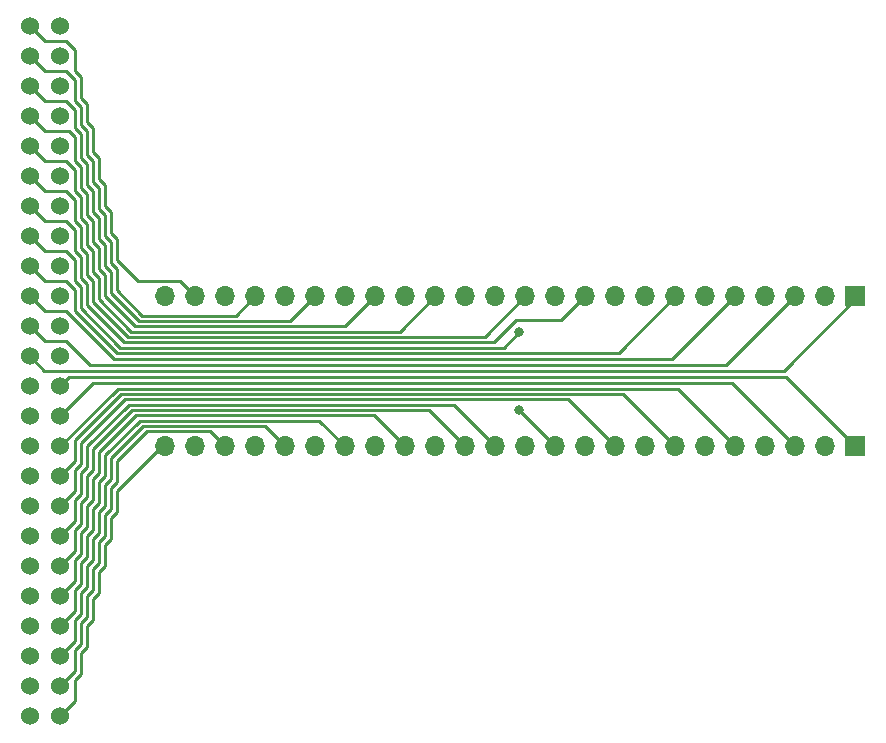
<source format=gbr>
%TF.GenerationSoftware,KiCad,Pcbnew,(6.0.6)*%
%TF.CreationDate,2022-09-05T21:43:04-07:00*%
%TF.ProjectId,core-bb,636f7265-2d62-4622-9e6b-696361645f70,rev?*%
%TF.SameCoordinates,Original*%
%TF.FileFunction,Copper,L1,Top*%
%TF.FilePolarity,Positive*%
%FSLAX46Y46*%
G04 Gerber Fmt 4.6, Leading zero omitted, Abs format (unit mm)*
G04 Created by KiCad (PCBNEW (6.0.6)) date 2022-09-05 21:43:04*
%MOMM*%
%LPD*%
G01*
G04 APERTURE LIST*
%TA.AperFunction,ComponentPad*%
%ADD10C,1.524000*%
%TD*%
%TA.AperFunction,ComponentPad*%
%ADD11R,1.700000X1.700000*%
%TD*%
%TA.AperFunction,ComponentPad*%
%ADD12O,1.700000X1.700000*%
%TD*%
%TA.AperFunction,ViaPad*%
%ADD13C,0.800000*%
%TD*%
%TA.AperFunction,Conductor*%
%ADD14C,0.250000*%
%TD*%
G04 APERTURE END LIST*
D10*
%TO.P,U1,1,KEY_COL2*%
%TO.N,/KEY_COL2*%
X172720000Y-130810000D03*
%TO.P,U1,2,KEY_COL4*%
%TO.N,/KEY_COL4*%
X172720000Y-128270000D03*
%TO.P,U1,3,KEY_ROW5*%
%TO.N,/KEY_ROW5*%
X172720000Y-125730000D03*
%TO.P,U1,4,KEY_ROW3*%
%TO.N,/KEY_ROW3*%
X172720000Y-123190000D03*
%TO.P,U1,5,KEY_ROW1*%
%TO.N,/KEY_ROW1*%
X172720000Y-120650000D03*
%TO.P,U1,6,LED_SW_RED1*%
%TO.N,/LED_SW_RED1*%
X172720000Y-118110000D03*
%TO.P,U1,7,LED_SW_GREEN2*%
%TO.N,/LED_SW_GREEN2*%
X172720000Y-115570000D03*
%TO.P,U1,8,LED_SW_BLUE2*%
%TO.N,/LED_SW_BLUE2*%
X172720000Y-113030000D03*
%TO.P,U1,9,LED_CS1*%
%TO.N,/LED_CS1*%
X172720000Y-110490000D03*
%TO.P,U1,10,LED_CS3*%
%TO.N,/LED_CS3*%
X172720000Y-107950000D03*
%TO.P,U1,11,LED_CS5*%
%TO.N,/LED_CS5*%
X172720000Y-105410000D03*
%TO.P,U1,12,LED_CS7*%
%TO.N,/LED_CS7*%
X172720000Y-102870000D03*
%TO.P,U1,13,LED_CS9*%
%TO.N,/LED_CS9*%
X172720000Y-100330000D03*
%TO.P,U1,14,LED_CS11*%
%TO.N,/LED_CS11*%
X172720000Y-97790000D03*
%TO.P,U1,15,LED_CS13*%
%TO.N,/LED_CS13*%
X172720000Y-95250000D03*
%TO.P,U1,16,LED_CS15*%
%TO.N,/LED_CS15*%
X172720000Y-92710000D03*
%TO.P,U1,17,LED_SW_BLUE3*%
%TO.N,/LED_SW_BLUE3*%
X172720000Y-90170000D03*
%TO.P,U1,18,LED_SW_GREEN3*%
%TO.N,/LED_SW_GREEN3*%
X172720000Y-87630000D03*
%TO.P,U1,19,LED_SW_RED4*%
%TO.N,/LED_SW_RED4*%
X172720000Y-85090000D03*
%TO.P,U1,20,KEY_ROW6*%
%TO.N,/KEY_ROW6*%
X172720000Y-82550000D03*
%TO.P,U1,21,KEY_ROW8*%
%TO.N,/KEY_ROW8*%
X172720000Y-80010000D03*
%TO.P,U1,22,KEY_ROW10*%
%TO.N,/KEY_ROW10*%
X172720000Y-77470000D03*
%TO.P,U1,23,KEY_COL7*%
%TO.N,/KEY_COL7*%
X172720000Y-74930000D03*
%TO.P,U1,24,KEY_COL9*%
%TO.N,/KEY_COL9*%
X172720000Y-72390000D03*
%TO.P,U1,25,KEY_COL10*%
%TO.N,/KEY_COL10*%
X175260000Y-72390000D03*
%TO.P,U1,26,KEY_COL8*%
%TO.N,/KEY_COL8*%
X175260000Y-74930000D03*
%TO.P,U1,27,KEY_COL6*%
%TO.N,/KEY_COL6*%
X175260000Y-77470000D03*
%TO.P,U1,28,KEY_ROW9*%
%TO.N,/KEY_ROW9*%
X175260000Y-80010000D03*
%TO.P,U1,29,KEY_ROW7*%
%TO.N,/KEY_ROW7*%
X175260000Y-82550000D03*
%TO.P,U1,30,LED_SW_BLUE4*%
%TO.N,/LED_SW_BLUE4*%
X175260000Y-85090000D03*
%TO.P,U1,31,LED_SW_GREEN4*%
%TO.N,/LED_SW_GREEN4*%
X175260000Y-87630000D03*
%TO.P,U1,32,LED_SW_RED3*%
%TO.N,/LED_SW_RED3*%
X175260000Y-90170000D03*
%TO.P,U1,33,LED_CS16*%
%TO.N,/LED_CS16*%
X175260000Y-92710000D03*
%TO.P,U1,34,LED_CS14*%
%TO.N,/LED_CS14*%
X175260000Y-95250000D03*
%TO.P,U1,35,LED_CS12*%
%TO.N,/LED_CS12*%
X175260000Y-97790000D03*
%TO.P,U1,36,LED_CS10*%
%TO.N,/LED_CS10*%
X175260000Y-100330000D03*
%TO.P,U1,37,LED_CS8*%
%TO.N,/LED_CS8*%
X175260000Y-102870000D03*
%TO.P,U1,38,LED_CS6*%
%TO.N,/LED_CS6*%
X175260000Y-105410000D03*
%TO.P,U1,39,LED_CS4*%
%TO.N,/LED_CS4*%
X175260000Y-107950000D03*
%TO.P,U1,40,LED_CS2*%
%TO.N,/LED_CS2*%
X175260000Y-110490000D03*
%TO.P,U1,41,LED_SW_RED2*%
%TO.N,/LED_SW_RED2*%
X175260000Y-113030000D03*
%TO.P,U1,42,LED_SW_GREEN1*%
%TO.N,/LED_SW_GREEN1*%
X175260000Y-115570000D03*
%TO.P,U1,43,LED_SW_BLUE1*%
%TO.N,/LED_SW_BLUE1*%
X175260000Y-118110000D03*
%TO.P,U1,44,KEY_ROW2*%
%TO.N,/KEY_ROW2*%
X175260000Y-120650000D03*
%TO.P,U1,45,KEY_ROW4*%
%TO.N,/KEY_ROW4*%
X175260000Y-123190000D03*
%TO.P,U1,46,KEY_COL5*%
%TO.N,/KEY_COL5*%
X175260000Y-125730000D03*
%TO.P,U1,47,KEY_COL3*%
%TO.N,/KEY_COL3*%
X175260000Y-128270000D03*
%TO.P,U1,48,KEY_COL1*%
%TO.N,/KEY_COL1*%
X175260000Y-130810000D03*
%TD*%
D11*
%TO.P,J2,1,Pin_1*%
%TO.N,/LED_CS8*%
X242570000Y-107950000D03*
D12*
%TO.P,J2,2,Pin_2*%
%TO.N,/LED_CS7*%
X240030000Y-107950000D03*
%TO.P,J2,3,Pin_3*%
%TO.N,/LED_CS6*%
X237490000Y-107950000D03*
%TO.P,J2,4,Pin_4*%
%TO.N,/LED_CS5*%
X234950000Y-107950000D03*
%TO.P,J2,5,Pin_5*%
%TO.N,/LED_CS4*%
X232410000Y-107950000D03*
%TO.P,J2,6,Pin_6*%
%TO.N,/LED_CS3*%
X229870000Y-107950000D03*
%TO.P,J2,7,Pin_7*%
%TO.N,/LED_CS2*%
X227330000Y-107950000D03*
%TO.P,J2,8,Pin_8*%
%TO.N,/LED_CS1*%
X224790000Y-107950000D03*
%TO.P,J2,9,Pin_9*%
%TO.N,/LED_SW_RED2*%
X222250000Y-107950000D03*
%TO.P,J2,10,Pin_10*%
%TO.N,/LED_SW_GREEN2*%
X219710000Y-107950000D03*
%TO.P,J2,11,Pin_11*%
%TO.N,/LED_SW_BLUE2*%
X217170000Y-107950000D03*
%TO.P,J2,12,Pin_12*%
%TO.N,/LED_SW_RED1*%
X214630000Y-107950000D03*
%TO.P,J2,13,Pin_13*%
%TO.N,/LED_SW_GREEN1*%
X212090000Y-107950000D03*
%TO.P,J2,14,Pin_14*%
%TO.N,/LED_SW_BLUE1*%
X209550000Y-107950000D03*
%TO.P,J2,15,Pin_15*%
%TO.N,/KEY_ROW1*%
X207010000Y-107950000D03*
%TO.P,J2,16,Pin_16*%
%TO.N,/KEY_ROW2*%
X204470000Y-107950000D03*
%TO.P,J2,17,Pin_17*%
%TO.N,/KEY_ROW3*%
X201930000Y-107950000D03*
%TO.P,J2,18,Pin_18*%
%TO.N,/KEY_ROW4*%
X199390000Y-107950000D03*
%TO.P,J2,19,Pin_19*%
%TO.N,/KEY_ROW5*%
X196850000Y-107950000D03*
%TO.P,J2,20,Pin_20*%
%TO.N,/KEY_COL5*%
X194310000Y-107950000D03*
%TO.P,J2,21,Pin_21*%
%TO.N,/KEY_COL4*%
X191770000Y-107950000D03*
%TO.P,J2,22,Pin_22*%
%TO.N,/KEY_COL3*%
X189230000Y-107950000D03*
%TO.P,J2,23,Pin_23*%
%TO.N,/KEY_COL2*%
X186690000Y-107950000D03*
%TO.P,J2,24,Pin_24*%
%TO.N,/KEY_COL1*%
X184150000Y-107950000D03*
%TD*%
%TO.P,J1,24,Pin_24*%
%TO.N,/KEY_COL10*%
X184150000Y-95250000D03*
%TO.P,J1,23,Pin_23*%
%TO.N,/KEY_COL9*%
X186690000Y-95250000D03*
%TO.P,J1,22,Pin_22*%
%TO.N,/KEY_COL8*%
X189230000Y-95250000D03*
%TO.P,J1,21,Pin_21*%
%TO.N,/KEY_COL7*%
X191770000Y-95250000D03*
%TO.P,J1,20,Pin_20*%
%TO.N,/KEY_COL6*%
X194310000Y-95250000D03*
%TO.P,J1,19,Pin_19*%
%TO.N,/KEY_ROW10*%
X196850000Y-95250000D03*
%TO.P,J1,18,Pin_18*%
%TO.N,/KEY_ROW9*%
X199390000Y-95250000D03*
%TO.P,J1,17,Pin_17*%
%TO.N,/KEY_ROW8*%
X201930000Y-95250000D03*
%TO.P,J1,16,Pin_16*%
%TO.N,/KEY_ROW7*%
X204470000Y-95250000D03*
%TO.P,J1,15,Pin_15*%
%TO.N,/KEY_ROW6*%
X207010000Y-95250000D03*
%TO.P,J1,14,Pin_14*%
%TO.N,/LED_SW_BLUE4*%
X209550000Y-95250000D03*
%TO.P,J1,13,Pin_13*%
%TO.N,/LED_SW_GREEN4*%
X212090000Y-95250000D03*
%TO.P,J1,12,Pin_12*%
%TO.N,/LED_SW_RED4*%
X214630000Y-95250000D03*
%TO.P,J1,11,Pin_11*%
%TO.N,/LED_SW_BLUE3*%
X217170000Y-95250000D03*
%TO.P,J1,10,Pin_10*%
%TO.N,/LED_SW_GREEN3*%
X219710000Y-95250000D03*
%TO.P,J1,9,Pin_9*%
%TO.N,/LED_SW_RED3*%
X222250000Y-95250000D03*
%TO.P,J1,8,Pin_8*%
%TO.N,/LED_CS16*%
X224790000Y-95250000D03*
%TO.P,J1,7,Pin_7*%
%TO.N,/LED_CS15*%
X227330000Y-95250000D03*
%TO.P,J1,6,Pin_6*%
%TO.N,/LED_CS14*%
X229870000Y-95250000D03*
%TO.P,J1,5,Pin_5*%
%TO.N,/LED_CS13*%
X232410000Y-95250000D03*
%TO.P,J1,4,Pin_4*%
%TO.N,/LED_CS12*%
X234950000Y-95250000D03*
%TO.P,J1,3,Pin_3*%
%TO.N,/LED_CS11*%
X237490000Y-95250000D03*
%TO.P,J1,2,Pin_2*%
%TO.N,/LED_CS10*%
X240030000Y-95250000D03*
D11*
%TO.P,J1,1,Pin_1*%
%TO.N,/LED_CS9*%
X242570000Y-95250000D03*
%TD*%
D13*
%TO.N,/LED_SW_BLUE3*%
X214122000Y-98298000D03*
%TO.N,/LED_SW_BLUE2*%
X214122000Y-104902000D03*
%TD*%
D14*
%TO.N,/LED_CS8*%
X175260000Y-102870000D02*
X176022000Y-102108000D01*
X176022000Y-102108000D02*
X236728000Y-102108000D01*
X236728000Y-102108000D02*
X242570000Y-107950000D01*
%TO.N,/LED_CS6*%
X175260000Y-105410000D02*
X178054000Y-102616000D01*
X178054000Y-102616000D02*
X232156000Y-102616000D01*
X232156000Y-102616000D02*
X237490000Y-107950000D01*
%TO.N,/LED_CS4*%
X175260000Y-107950000D02*
X180130000Y-103080000D01*
X180130000Y-103080000D02*
X227540000Y-103080000D01*
X227540000Y-103080000D02*
X232410000Y-107950000D01*
%TO.N,/LED_CS2*%
X175260000Y-110490000D02*
X176530000Y-109220000D01*
X176530000Y-109220000D02*
X176530000Y-107442000D01*
X176530000Y-107442000D02*
X180442000Y-103530000D01*
X180442000Y-103530000D02*
X222910000Y-103530000D01*
X222910000Y-103530000D02*
X227330000Y-107950000D01*
%TO.N,/LED_SW_RED2*%
X175260000Y-113030000D02*
X176530000Y-111760000D01*
X177038000Y-107696000D02*
X180754000Y-103980000D01*
X176530000Y-111760000D02*
X176530000Y-109982000D01*
X176530000Y-109982000D02*
X177038000Y-109474000D01*
X177038000Y-109474000D02*
X177038000Y-107696000D01*
X180754000Y-103980000D02*
X218280000Y-103980000D01*
X218280000Y-103980000D02*
X222250000Y-107950000D01*
%TO.N,/LED_SW_BLUE2*%
X214122000Y-104902000D02*
X217170000Y-107950000D01*
%TO.N,/LED_SW_GREEN1*%
X212090000Y-107950000D02*
X208570000Y-104430000D01*
X177546000Y-107950000D02*
X177546000Y-109728000D01*
X176530000Y-114300000D02*
X175260000Y-115570000D01*
X208570000Y-104430000D02*
X181066000Y-104430000D01*
X177038000Y-110236000D02*
X177038000Y-112014000D01*
X181066000Y-104430000D02*
X177546000Y-107950000D01*
X177546000Y-109728000D02*
X177038000Y-110236000D01*
X177038000Y-112014000D02*
X176530000Y-112522000D01*
X176530000Y-112522000D02*
X176530000Y-114300000D01*
%TO.N,/LED_SW_BLUE1*%
X175260000Y-118110000D02*
X176530000Y-116840000D01*
X177038000Y-114554000D02*
X177038000Y-112776000D01*
X176530000Y-116840000D02*
X176530000Y-115062000D01*
X177546000Y-110490000D02*
X178054000Y-109982000D01*
X176530000Y-115062000D02*
X177038000Y-114554000D01*
X181378000Y-104880000D02*
X206480000Y-104880000D01*
X177038000Y-112776000D02*
X177546000Y-112268000D01*
X177546000Y-112268000D02*
X177546000Y-110490000D01*
X178054000Y-109982000D02*
X178054000Y-108204000D01*
X178054000Y-108204000D02*
X181378000Y-104880000D01*
X206480000Y-104880000D02*
X209550000Y-107950000D01*
%TO.N,/KEY_ROW2*%
X175260000Y-120650000D02*
X176530000Y-119380000D01*
X176530000Y-119380000D02*
X176530000Y-117602000D01*
X176530000Y-117602000D02*
X177038000Y-117094000D01*
X178562000Y-110236000D02*
X178562000Y-108458000D01*
X178562000Y-108458000D02*
X181690000Y-105330000D01*
X181690000Y-105330000D02*
X201850000Y-105330000D01*
X201850000Y-105330000D02*
X204470000Y-107950000D01*
X177038000Y-117094000D02*
X177038000Y-115316000D01*
X177038000Y-115316000D02*
X177546000Y-114808000D01*
X178054000Y-110744000D02*
X178562000Y-110236000D01*
X177546000Y-114808000D02*
X177546000Y-113030000D01*
X177546000Y-113030000D02*
X178054000Y-112522000D01*
X178054000Y-112522000D02*
X178054000Y-110744000D01*
%TO.N,/KEY_ROW4*%
X177038000Y-119634000D02*
X176530000Y-120142000D01*
X197220000Y-105780000D02*
X182002000Y-105780000D01*
X178054000Y-115062000D02*
X177546000Y-115570000D01*
X177546000Y-115570000D02*
X177546000Y-117348000D01*
X178054000Y-113284000D02*
X178054000Y-115062000D01*
X176530000Y-120142000D02*
X176530000Y-121920000D01*
X176530000Y-121920000D02*
X175260000Y-123190000D01*
X178562000Y-112776000D02*
X178054000Y-113284000D01*
X178562000Y-110998000D02*
X178562000Y-112776000D01*
X199390000Y-107950000D02*
X197220000Y-105780000D01*
X177038000Y-117856000D02*
X177038000Y-119634000D01*
X182002000Y-105780000D02*
X179070000Y-108712000D01*
X177546000Y-117348000D02*
X177038000Y-117856000D01*
X179070000Y-110490000D02*
X178562000Y-110998000D01*
X179070000Y-108712000D02*
X179070000Y-110490000D01*
%TO.N,/KEY_COL5*%
X179070000Y-113030000D02*
X179070000Y-111252000D01*
X178562000Y-113538000D02*
X179070000Y-113030000D01*
X179070000Y-111252000D02*
X179578000Y-110744000D01*
X178054000Y-115824000D02*
X178562000Y-115316000D01*
X178054000Y-117602000D02*
X178054000Y-115824000D01*
X177038000Y-120396000D02*
X177546000Y-119888000D01*
X177546000Y-119888000D02*
X177546000Y-118110000D01*
X177038000Y-122174000D02*
X177038000Y-120396000D01*
X175260000Y-125730000D02*
X176530000Y-124460000D01*
X179578000Y-108966000D02*
X182314000Y-106230000D01*
X182314000Y-106230000D02*
X192590000Y-106230000D01*
X176530000Y-122682000D02*
X177038000Y-122174000D01*
X178562000Y-115316000D02*
X178562000Y-113538000D01*
X177546000Y-118110000D02*
X178054000Y-117602000D01*
X192590000Y-106230000D02*
X194310000Y-107950000D01*
X176530000Y-124460000D02*
X176530000Y-122682000D01*
X179578000Y-110744000D02*
X179578000Y-108966000D01*
%TO.N,/KEY_COL3*%
X179070000Y-113792000D02*
X179578000Y-113284000D01*
X179070000Y-115570000D02*
X179070000Y-113792000D01*
X178562000Y-117856000D02*
X178562000Y-116078000D01*
X175260000Y-128270000D02*
X176530000Y-127000000D01*
X178054000Y-120142000D02*
X178054000Y-118364000D01*
X177546000Y-122428000D02*
X177546000Y-120650000D01*
X180086000Y-109220000D02*
X182626000Y-106680000D01*
X177038000Y-122936000D02*
X177546000Y-122428000D01*
X177038000Y-124714000D02*
X177038000Y-122936000D01*
X180086000Y-110998000D02*
X180086000Y-109220000D01*
X178054000Y-118364000D02*
X178562000Y-117856000D01*
X177546000Y-120650000D02*
X178054000Y-120142000D01*
X187960000Y-106680000D02*
X189230000Y-107950000D01*
X176530000Y-125222000D02*
X177038000Y-124714000D01*
X178562000Y-116078000D02*
X179070000Y-115570000D01*
X176530000Y-127000000D02*
X176530000Y-125222000D01*
X179578000Y-113284000D02*
X179578000Y-111506000D01*
X182626000Y-106680000D02*
X187960000Y-106680000D01*
X179578000Y-111506000D02*
X180086000Y-110998000D01*
%TO.N,/LED_CS9*%
X242570000Y-95250000D02*
X242570000Y-95504000D01*
X242570000Y-95504000D02*
X236532000Y-101542000D01*
X236532000Y-101542000D02*
X173932000Y-101542000D01*
X173932000Y-101542000D02*
X172720000Y-100330000D01*
%TO.N,/LED_SW_GREEN3*%
X172720000Y-87630000D02*
X173990000Y-88900000D01*
X173990000Y-88900000D02*
X175768000Y-88900000D01*
X212013557Y-99136443D02*
X213868000Y-97282000D01*
X175768000Y-88900000D02*
X176530000Y-89662000D01*
X176530000Y-91440000D02*
X177038000Y-91948000D01*
X217678000Y-97282000D02*
X219710000Y-95250000D01*
X176530000Y-89662000D02*
X176530000Y-91440000D01*
X177038000Y-91948000D02*
X177038000Y-93726000D01*
X177038000Y-93726000D02*
X177546000Y-94234000D01*
X177546000Y-94234000D02*
X177546000Y-96012000D01*
X177546000Y-96012000D02*
X180670443Y-99136443D01*
X180670443Y-99136443D02*
X212013557Y-99136443D01*
X213868000Y-97282000D02*
X217678000Y-97282000D01*
%TO.N,/LED_SW_BLUE3*%
X212362443Y-99586443D02*
X180358443Y-99586443D01*
X214122000Y-98298000D02*
X212833557Y-99586443D01*
X212833557Y-99586443D02*
X212362443Y-99586443D01*
%TO.N,/LED_CS11*%
X172720000Y-97790000D02*
X173990000Y-99060000D01*
X173990000Y-99060000D02*
X175768000Y-99060000D01*
X177800000Y-101092000D02*
X231648000Y-101092000D01*
X175768000Y-99060000D02*
X177800000Y-101092000D01*
X231648000Y-101092000D02*
X237490000Y-95250000D01*
%TO.N,/LED_CS13*%
X172720000Y-95250000D02*
X173990000Y-96520000D01*
X173990000Y-96520000D02*
X175768000Y-96520000D01*
X175768000Y-96520000D02*
X179832000Y-100584000D01*
X179832000Y-100584000D02*
X227076000Y-100584000D01*
X227076000Y-100584000D02*
X232410000Y-95250000D01*
%TO.N,/LED_CS15*%
X183388000Y-100076000D02*
X183427557Y-100036443D01*
X180086000Y-100076000D02*
X183388000Y-100076000D01*
X183427557Y-100036443D02*
X222543557Y-100036443D01*
X222543557Y-100036443D02*
X227330000Y-95250000D01*
%TO.N,/LED_SW_BLUE3*%
X180358443Y-99586443D02*
X177038000Y-96266000D01*
X177038000Y-96266000D02*
X177038000Y-94488000D01*
X176530000Y-93980000D02*
X176530000Y-92202000D01*
X176530000Y-92202000D02*
X175768000Y-91440000D01*
X177038000Y-94488000D02*
X176530000Y-93980000D01*
X175768000Y-91440000D02*
X173990000Y-91440000D01*
X173990000Y-91440000D02*
X172720000Y-90170000D01*
%TO.N,/LED_SW_RED4*%
X172720000Y-85090000D02*
X173990000Y-86360000D01*
X173990000Y-86360000D02*
X175768000Y-86360000D01*
X175768000Y-86360000D02*
X176530000Y-87122000D01*
X176530000Y-87122000D02*
X176530000Y-88900000D01*
X176530000Y-88900000D02*
X177038000Y-89408000D01*
X178054000Y-95758000D02*
X180982443Y-98686443D01*
X177038000Y-89408000D02*
X177038000Y-91186000D01*
X180982443Y-98686443D02*
X211193557Y-98686443D01*
X177038000Y-91186000D02*
X177546000Y-91694000D01*
X177546000Y-91694000D02*
X177546000Y-93472000D01*
X177546000Y-93472000D02*
X178054000Y-93980000D01*
X211193557Y-98686443D02*
X214630000Y-95250000D01*
X178054000Y-93980000D02*
X178054000Y-95758000D01*
%TO.N,/KEY_ROW6*%
X178562000Y-95504000D02*
X181294443Y-98236443D01*
X178054000Y-93218000D02*
X178562000Y-93726000D01*
X178054000Y-91440000D02*
X178054000Y-93218000D01*
X176530000Y-86360000D02*
X177038000Y-86868000D01*
X178562000Y-93726000D02*
X178562000Y-95504000D01*
X177546000Y-90932000D02*
X178054000Y-91440000D01*
X177038000Y-86868000D02*
X177038000Y-88646000D01*
X177546000Y-89154000D02*
X177546000Y-90932000D01*
X177038000Y-88646000D02*
X177546000Y-89154000D01*
X181294443Y-98236443D02*
X204023557Y-98236443D01*
X176530000Y-84582000D02*
X176530000Y-86360000D01*
X175768000Y-83820000D02*
X176530000Y-84582000D01*
X173990000Y-83820000D02*
X175768000Y-83820000D01*
X204023557Y-98236443D02*
X207010000Y-95250000D01*
X172720000Y-82550000D02*
X173990000Y-83820000D01*
%TO.N,/KEY_ROW8*%
X178562000Y-91186000D02*
X178562000Y-92964000D01*
X177546000Y-88392000D02*
X178054000Y-88900000D01*
X176022000Y-81280000D02*
X176530000Y-81788000D01*
X178562000Y-92964000D02*
X179070000Y-93472000D01*
X178054000Y-90678000D02*
X178562000Y-91186000D01*
X178054000Y-88900000D02*
X178054000Y-90678000D01*
X177038000Y-86106000D02*
X177546000Y-86614000D01*
X177546000Y-86614000D02*
X177546000Y-88392000D01*
X172720000Y-80010000D02*
X173990000Y-81280000D01*
X177038000Y-84328000D02*
X177038000Y-86106000D01*
X176530000Y-81788000D02*
X176530000Y-83820000D01*
X176530000Y-83820000D02*
X177038000Y-84328000D01*
X173990000Y-81280000D02*
X176022000Y-81280000D01*
X179070000Y-93472000D02*
X179070000Y-95250000D01*
X179070000Y-95250000D02*
X181606443Y-97786443D01*
X181606443Y-97786443D02*
X199393557Y-97786443D01*
X199393557Y-97786443D02*
X201930000Y-95250000D01*
%TO.N,/KEY_ROW10*%
X178562000Y-90424000D02*
X179070000Y-90932000D01*
X176530000Y-79502000D02*
X176530000Y-81026000D01*
X178562000Y-88646000D02*
X178562000Y-90424000D01*
X177546000Y-85852000D02*
X178054000Y-86360000D01*
X177038000Y-81534000D02*
X177038000Y-83566000D01*
X178054000Y-88138000D02*
X178562000Y-88646000D01*
X177546000Y-84074000D02*
X177546000Y-85852000D01*
X177038000Y-83566000D02*
X177546000Y-84074000D01*
X178054000Y-86360000D02*
X178054000Y-88138000D01*
X176530000Y-81026000D02*
X177038000Y-81534000D01*
X175768000Y-78740000D02*
X176530000Y-79502000D01*
X173990000Y-78740000D02*
X175768000Y-78740000D01*
X194763557Y-97336443D02*
X196850000Y-95250000D01*
X172720000Y-77470000D02*
X173990000Y-78740000D01*
X179070000Y-92710000D02*
X179578000Y-93218000D01*
X179578000Y-93218000D02*
X179578000Y-94996000D01*
X179070000Y-90932000D02*
X179070000Y-92710000D01*
X179578000Y-94996000D02*
X181918443Y-97336443D01*
X181918443Y-97336443D02*
X194763557Y-97336443D01*
%TO.N,/KEY_COL7*%
X178562000Y-86106000D02*
X178562000Y-87884000D01*
X172720000Y-74930000D02*
X173990000Y-76200000D01*
X177546000Y-83312000D02*
X178054000Y-83820000D01*
X179578000Y-90678000D02*
X179578000Y-92456000D01*
X177038000Y-79248000D02*
X177038000Y-80772000D01*
X178054000Y-83820000D02*
X178054000Y-85598000D01*
X179578000Y-92456000D02*
X180086000Y-92964000D01*
X178562000Y-87884000D02*
X179070000Y-88392000D01*
X178054000Y-85598000D02*
X178562000Y-86106000D01*
X182230443Y-96886443D02*
X190133557Y-96886443D01*
X176530000Y-78740000D02*
X177038000Y-79248000D01*
X176530000Y-76962000D02*
X176530000Y-78740000D01*
X177546000Y-81280000D02*
X177546000Y-83312000D01*
X173990000Y-76200000D02*
X175768000Y-76200000D01*
X179070000Y-90170000D02*
X179578000Y-90678000D01*
X180086000Y-92964000D02*
X180086000Y-94742000D01*
X177038000Y-80772000D02*
X177546000Y-81280000D01*
X175768000Y-76200000D02*
X176530000Y-76962000D01*
X179070000Y-88392000D02*
X179070000Y-90170000D01*
X180086000Y-94742000D02*
X182230443Y-96886443D01*
X190133557Y-96886443D02*
X191770000Y-95250000D01*
%TO.N,/KEY_COL1*%
X179070000Y-116332000D02*
X179578000Y-115824000D01*
X179070000Y-118110000D02*
X179070000Y-116332000D01*
X178562000Y-120396000D02*
X178562000Y-118618000D01*
X178054000Y-122682000D02*
X178054000Y-120904000D01*
X178562000Y-118618000D02*
X179070000Y-118110000D01*
X178054000Y-120904000D02*
X178562000Y-120396000D01*
X177038000Y-127254000D02*
X177038000Y-125476000D01*
X177546000Y-123190000D02*
X178054000Y-122682000D01*
X180086000Y-113538000D02*
X180086000Y-111760000D01*
X177038000Y-125476000D02*
X177546000Y-124968000D01*
X176530000Y-129540000D02*
X176530000Y-127762000D01*
X177546000Y-124968000D02*
X177546000Y-123190000D01*
X176530000Y-127762000D02*
X177038000Y-127254000D01*
X175260000Y-130810000D02*
X176530000Y-129540000D01*
X179578000Y-115824000D02*
X179578000Y-114046000D01*
X179578000Y-114046000D02*
X180086000Y-113538000D01*
X180086000Y-111760000D02*
X183896000Y-107950000D01*
X183896000Y-107950000D02*
X184150000Y-107950000D01*
%TO.N,/KEY_COL9*%
X178054000Y-83058000D02*
X178054000Y-81026000D01*
X180086000Y-90424000D02*
X179578000Y-89916000D01*
X178562000Y-85344000D02*
X178562000Y-83566000D01*
X179070000Y-85852000D02*
X178562000Y-85344000D01*
X179070000Y-87630000D02*
X179070000Y-85852000D01*
X180086000Y-92202000D02*
X180086000Y-90424000D01*
X179578000Y-88138000D02*
X179070000Y-87630000D01*
X179578000Y-89916000D02*
X179578000Y-88138000D01*
X178562000Y-83566000D02*
X178054000Y-83058000D01*
X178054000Y-81026000D02*
X177546000Y-80518000D01*
X181864000Y-93980000D02*
X180086000Y-92202000D01*
X185420000Y-93980000D02*
X181864000Y-93980000D01*
X186690000Y-95250000D02*
X185420000Y-93980000D01*
X177546000Y-80518000D02*
X177546000Y-78994000D01*
X177546000Y-78994000D02*
X177038000Y-78486000D01*
X175768000Y-73660000D02*
X173990000Y-73660000D01*
X177038000Y-78486000D02*
X177038000Y-76708000D01*
X177038000Y-76708000D02*
X176530000Y-76200000D01*
X176530000Y-76200000D02*
X176530000Y-74422000D01*
X176530000Y-74422000D02*
X175768000Y-73660000D01*
X173990000Y-73660000D02*
X172720000Y-72390000D01*
%TO.N,/LED_CS15*%
X172720000Y-92710000D02*
X173990000Y-93980000D01*
X173990000Y-93980000D02*
X175768000Y-93980000D01*
X175768000Y-93980000D02*
X176530000Y-94742000D01*
X176530000Y-94742000D02*
X176530000Y-96520000D01*
X176530000Y-96520000D02*
X180086000Y-100076000D01*
%TD*%
M02*

</source>
